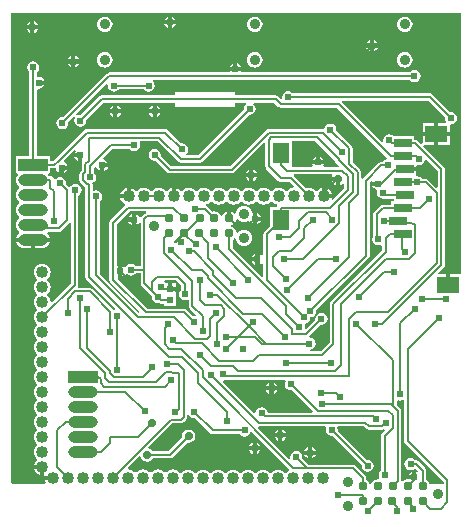
<source format=gbl>
G04 Layer_Physical_Order=2*
G04 Layer_Color=16711680*
%FSLAX44Y44*%
%MOMM*%
G71*
G01*
G75*
%ADD16R,0.6200X0.6000*%
%ADD28C,0.2032*%
%ADD29R,2.5000X1.0000*%
%ADD30O,2.5000X1.0000*%
%ADD31C,0.9000*%
%ADD32C,1.0160*%
%ADD33C,0.6096*%
%ADD34C,0.7000*%
%ADD35R,1.4000X1.8000*%
%ADD36R,1.4000X1.8000*%
%ADD37R,1.9000X1.4000*%
%ADD38R,1.5000X0.8000*%
%ADD39C,0.7900*%
G36*
X0Y-221669D02*
X-9307D01*
Y-230669D01*
X-12807D01*
Y-221669D01*
X-19082D01*
X-19568Y-220495D01*
X-14567Y-215494D01*
X-13893Y-214486D01*
X-13656Y-213297D01*
Y-132779D01*
X-13893Y-131589D01*
X-14567Y-130581D01*
X-32209Y-112939D01*
X-31683Y-111669D01*
X-22807D01*
Y-104419D01*
X-32557D01*
Y-110794D01*
X-33827Y-111320D01*
X-36776Y-108371D01*
X-37785Y-107698D01*
X-38974Y-107461D01*
X-40026D01*
Y-104537D01*
X-57258D01*
X-57298Y-104478D01*
X-58978Y-103355D01*
X-60960Y-102961D01*
X-62942Y-103355D01*
X-64623Y-104478D01*
X-65745Y-106158D01*
X-66139Y-108140D01*
X-65936Y-109166D01*
X-67106Y-109792D01*
X-101209Y-75688D01*
X-100683Y-74418D01*
X-27957D01*
X-13685Y-88690D01*
X-13815Y-89345D01*
X-13421Y-91327D01*
X-12705Y-92399D01*
X-13384Y-93669D01*
X-19307D01*
Y-100919D01*
X-9557D01*
Y-95280D01*
X-8636Y-94524D01*
X-6654Y-94130D01*
X-4974Y-93007D01*
X-3851Y-91327D01*
X-3456Y-89345D01*
X-3851Y-87362D01*
X-4974Y-85682D01*
X-6654Y-84559D01*
X-8636Y-84165D01*
X-9290Y-84295D01*
X-24472Y-69113D01*
X-25481Y-68439D01*
X-26670Y-68203D01*
X-142525D01*
X-142895Y-67648D01*
X-144576Y-66525D01*
X-146558Y-66131D01*
X-148540Y-66525D01*
X-150220Y-67648D01*
X-151343Y-69328D01*
X-151737Y-71311D01*
X-151509Y-72462D01*
X-152679Y-73088D01*
X-154876Y-70891D01*
X-155884Y-70217D01*
X-157073Y-69981D01*
X-191635D01*
Y-67245D01*
X-242435D01*
Y-69981D01*
X-304292D01*
X-305481Y-70217D01*
X-306490Y-70891D01*
X-321926Y-86327D01*
X-322580Y-86197D01*
X-324562Y-86591D01*
X-325210Y-87024D01*
X-326020Y-86038D01*
X-300287Y-60305D01*
X-299116Y-60930D01*
X-299312Y-61912D01*
X-298917Y-63895D01*
X-297794Y-65575D01*
X-296114Y-66698D01*
X-294132Y-67092D01*
X-292150Y-66698D01*
X-290469Y-65575D01*
X-290099Y-65020D01*
X-268727D01*
X-268356Y-65575D01*
X-266675Y-66698D01*
X-264693Y-67092D01*
X-262711Y-66698D01*
X-261031Y-65575D01*
X-259908Y-63895D01*
X-259514Y-61912D01*
X-259908Y-59930D01*
X-261031Y-58250D01*
X-261162Y-58162D01*
X-260777Y-56892D01*
X-43657D01*
X-43286Y-57447D01*
X-41606Y-58570D01*
X-39624Y-58964D01*
X-37642Y-58570D01*
X-35961Y-57447D01*
X-34839Y-55767D01*
X-34444Y-53784D01*
X-34839Y-51802D01*
X-35961Y-50122D01*
X-37642Y-48999D01*
X-39624Y-48605D01*
X-41606Y-48999D01*
X-43286Y-50122D01*
X-43657Y-50677D01*
X-185776D01*
X-186440Y-49439D01*
X-196084D01*
X-196748Y-50677D01*
X-298162D01*
X-299351Y-50913D01*
X-300359Y-51587D01*
X-337166Y-88394D01*
X-337820Y-88264D01*
X-339802Y-88658D01*
X-341483Y-89781D01*
X-342605Y-91461D01*
X-342999Y-93443D01*
X-342605Y-95425D01*
X-341483Y-97106D01*
X-339802Y-98228D01*
X-337820Y-98623D01*
X-335838Y-98228D01*
X-334157Y-97106D01*
X-333035Y-95425D01*
X-332640Y-93443D01*
X-332771Y-92789D01*
X-327919Y-87937D01*
X-326932Y-88746D01*
X-327365Y-89394D01*
X-327760Y-91376D01*
X-327365Y-93359D01*
X-326242Y-95039D01*
X-324562Y-96162D01*
X-322580Y-96556D01*
X-320598Y-96162D01*
X-318918Y-95039D01*
X-317795Y-93359D01*
X-317400Y-91376D01*
X-317531Y-90722D01*
X-303005Y-76196D01*
X-242435D01*
Y-79945D01*
X-191635D01*
Y-76196D01*
X-182606D01*
X-182221Y-77466D01*
X-182733Y-77808D01*
X-183855Y-79488D01*
X-184249Y-81470D01*
X-184119Y-82125D01*
X-222775Y-120781D01*
X-232488D01*
X-232873Y-119511D01*
X-232812Y-119470D01*
X-231689Y-117789D01*
X-231294Y-115807D01*
X-231689Y-113825D01*
X-232812Y-112145D01*
X-234492Y-111022D01*
X-236474Y-110628D01*
X-237128Y-110758D01*
X-248547Y-99339D01*
X-249555Y-98665D01*
X-250745Y-98429D01*
X-317152D01*
X-318341Y-98665D01*
X-319349Y-99339D01*
X-342937Y-122927D01*
X-343162Y-123077D01*
X-345802Y-125718D01*
X-348049D01*
Y-121793D01*
X-359350D01*
Y-65216D01*
X-358369Y-64410D01*
X-357663Y-64550D01*
X-355694Y-64158D01*
X-354024Y-63043D01*
X-352908Y-61373D01*
X-352865Y-61153D01*
X-357663D01*
Y-57653D01*
X-352865D01*
X-352908Y-57434D01*
X-354024Y-55764D01*
X-355694Y-54648D01*
X-357663Y-54256D01*
X-358369Y-54397D01*
X-359350Y-53591D01*
Y-50452D01*
X-358796Y-50081D01*
X-357673Y-48401D01*
X-357279Y-46418D01*
X-357673Y-44436D01*
X-358796Y-42756D01*
X-360476Y-41633D01*
X-362458Y-41239D01*
X-364440Y-41633D01*
X-366120Y-42756D01*
X-367243Y-44436D01*
X-367637Y-46418D01*
X-367243Y-48401D01*
X-366120Y-50081D01*
X-365566Y-50452D01*
Y-121793D01*
X-377113D01*
Y-135857D01*
X-376196D01*
X-375569Y-137127D01*
X-376223Y-137979D01*
X-376931Y-139690D01*
X-377173Y-141525D01*
X-376931Y-143361D01*
X-376223Y-145072D01*
X-375096Y-146541D01*
X-374399Y-147075D01*
Y-148675D01*
X-375096Y-149210D01*
X-376223Y-150679D01*
X-376931Y-152390D01*
X-377173Y-154225D01*
X-376931Y-156061D01*
X-376223Y-157772D01*
X-375096Y-159241D01*
X-374399Y-159775D01*
Y-161376D01*
X-375096Y-161910D01*
X-376223Y-163379D01*
X-376931Y-165090D01*
X-377173Y-166925D01*
X-376931Y-168761D01*
X-376223Y-170472D01*
X-375096Y-171941D01*
X-374399Y-172475D01*
Y-174076D01*
X-375096Y-174610D01*
X-376223Y-176079D01*
X-376931Y-177790D01*
X-377173Y-179625D01*
X-376931Y-181461D01*
X-376223Y-183172D01*
X-375096Y-184641D01*
X-374368Y-185199D01*
X-374360Y-186786D01*
X-375073Y-187333D01*
X-376195Y-188795D01*
X-376900Y-190498D01*
X-376910Y-190575D01*
X-348251D01*
X-348261Y-190498D01*
X-348966Y-188795D01*
X-350088Y-187333D01*
X-350600Y-186940D01*
X-350168Y-185670D01*
X-340868D01*
X-339679Y-185434D01*
X-338671Y-184760D01*
X-331784Y-177873D01*
X-330906Y-178093D01*
X-330514Y-178361D01*
Y-229218D01*
X-346347Y-245052D01*
X-347670Y-244578D01*
X-347837Y-243309D01*
X-348554Y-241579D01*
X-349694Y-240093D01*
X-350316Y-239616D01*
Y-238015D01*
X-349694Y-237538D01*
X-348554Y-236052D01*
X-347837Y-234322D01*
X-347593Y-232465D01*
X-347837Y-230609D01*
X-348554Y-228879D01*
X-349694Y-227393D01*
X-350316Y-226916D01*
Y-225315D01*
X-349694Y-224838D01*
X-348554Y-223352D01*
X-347837Y-221622D01*
X-347593Y-219765D01*
X-347837Y-217909D01*
X-348554Y-216179D01*
X-349694Y-214693D01*
X-351179Y-213553D01*
X-352909Y-212836D01*
X-354766Y-212592D01*
X-356623Y-212836D01*
X-358353Y-213553D01*
X-359838Y-214693D01*
X-360978Y-216179D01*
X-361695Y-217909D01*
X-361939Y-219765D01*
X-361695Y-221622D01*
X-360978Y-223352D01*
X-359838Y-224838D01*
X-359216Y-225315D01*
Y-226916D01*
X-359838Y-227393D01*
X-360978Y-228879D01*
X-361695Y-230609D01*
X-361939Y-232465D01*
X-361695Y-234322D01*
X-360978Y-236052D01*
X-359838Y-237538D01*
X-359216Y-238015D01*
Y-239616D01*
X-359838Y-240093D01*
X-360978Y-241579D01*
X-361695Y-243309D01*
X-361939Y-245165D01*
X-361695Y-247022D01*
X-360978Y-248752D01*
X-359838Y-250238D01*
X-359216Y-250715D01*
Y-252316D01*
X-359838Y-252793D01*
X-360978Y-254279D01*
X-361695Y-256009D01*
X-361939Y-257865D01*
X-361695Y-259722D01*
X-360978Y-261452D01*
X-359838Y-262938D01*
X-359216Y-263415D01*
Y-265016D01*
X-359838Y-265493D01*
X-360978Y-266979D01*
X-361695Y-268709D01*
X-361939Y-270565D01*
X-361695Y-272422D01*
X-360978Y-274152D01*
X-359838Y-275638D01*
X-359216Y-276115D01*
Y-277716D01*
X-359838Y-278193D01*
X-360978Y-279679D01*
X-361695Y-281409D01*
X-361939Y-283265D01*
X-361695Y-285122D01*
X-360978Y-286852D01*
X-359838Y-288338D01*
X-359216Y-288815D01*
Y-290416D01*
X-359838Y-290893D01*
X-360978Y-292379D01*
X-361695Y-294109D01*
X-361939Y-295965D01*
X-361695Y-297822D01*
X-360978Y-299552D01*
X-359838Y-301038D01*
X-359216Y-301515D01*
Y-303116D01*
X-359838Y-303593D01*
X-360978Y-305079D01*
X-361695Y-306809D01*
X-361939Y-308665D01*
X-361695Y-310522D01*
X-360978Y-312252D01*
X-359838Y-313738D01*
X-359216Y-314215D01*
Y-315816D01*
X-359838Y-316293D01*
X-360978Y-317779D01*
X-361695Y-319509D01*
X-361939Y-321365D01*
X-361695Y-323222D01*
X-360978Y-324952D01*
X-359838Y-326438D01*
X-359216Y-326915D01*
Y-328516D01*
X-359838Y-328993D01*
X-360978Y-330479D01*
X-361695Y-332209D01*
X-361939Y-334065D01*
X-361695Y-335922D01*
X-360978Y-337652D01*
X-359838Y-339138D01*
X-359216Y-339615D01*
Y-341216D01*
X-359838Y-341693D01*
X-360978Y-343179D01*
X-361695Y-344909D01*
X-361939Y-346765D01*
X-361695Y-348622D01*
X-360978Y-350352D01*
X-359838Y-351838D01*
X-359216Y-352315D01*
Y-353916D01*
X-359838Y-354393D01*
X-360978Y-355879D01*
X-361695Y-357609D01*
X-361939Y-359465D01*
X-361695Y-361322D01*
X-360978Y-363052D01*
X-359838Y-364538D01*
X-359216Y-365015D01*
Y-366616D01*
X-359838Y-367093D01*
X-360978Y-368579D01*
X-361695Y-370309D01*
X-361939Y-372165D01*
X-361695Y-374022D01*
X-360978Y-375752D01*
X-359838Y-377238D01*
X-359190Y-377735D01*
Y-379336D01*
X-359815Y-379816D01*
X-360950Y-381295D01*
X-361664Y-383017D01*
X-361677Y-383115D01*
X-354766D01*
Y-384865D01*
X-353016D01*
Y-392005D01*
X-345876D01*
Y-395505D01*
X-352787D01*
X-352774Y-395604D01*
X-352060Y-397326D01*
X-351782Y-397688D01*
X-352409Y-398958D01*
X-379947D01*
X-381000Y-398522D01*
Y0D01*
X0D01*
Y-221669D01*
D02*
G37*
G36*
X-154953Y-79604D02*
X-153944Y-80278D01*
X-152755Y-80514D01*
X-105173D01*
X-62822Y-122866D01*
X-63240Y-124244D01*
X-64212Y-124437D01*
X-65893Y-125560D01*
X-66263Y-126115D01*
X-67818D01*
X-69007Y-126351D01*
X-70016Y-127025D01*
X-82969Y-139979D01*
X-83341Y-140535D01*
X-84611Y-140150D01*
Y-135341D01*
X-84848Y-134152D01*
X-85521Y-133144D01*
X-91884Y-126781D01*
Y-115003D01*
X-92120Y-113814D01*
X-92794Y-112806D01*
X-105835Y-99764D01*
X-105705Y-99110D01*
X-106100Y-97128D01*
X-107222Y-95447D01*
X-108903Y-94325D01*
X-110885Y-93930D01*
X-112867Y-94325D01*
X-114547Y-95447D01*
X-115670Y-97128D01*
X-115959Y-98583D01*
X-116159Y-98665D01*
X-117348Y-98429D01*
X-162814D01*
X-164003Y-98665D01*
X-165012Y-99339D01*
X-195597Y-129925D01*
X-245601D01*
X-254459Y-121066D01*
X-254329Y-120412D01*
X-254723Y-118430D01*
X-255846Y-116749D01*
X-257527Y-115626D01*
X-259509Y-115232D01*
X-261491Y-115626D01*
X-263171Y-116749D01*
X-264294Y-118430D01*
X-264688Y-120412D01*
X-264294Y-122394D01*
X-263171Y-124074D01*
X-261491Y-125197D01*
X-259509Y-125591D01*
X-258854Y-125461D01*
X-249086Y-135230D01*
X-248077Y-135904D01*
X-246888Y-136140D01*
X-194310D01*
X-193121Y-135904D01*
X-192113Y-135230D01*
X-167095Y-110212D01*
X-165922Y-110699D01*
Y-129985D01*
X-165685Y-131174D01*
X-165012Y-132182D01*
X-154852Y-142342D01*
X-153843Y-143016D01*
X-152654Y-143252D01*
X-145860D01*
X-142027Y-147085D01*
X-142501Y-148407D01*
X-143771Y-148574D01*
X-145501Y-149291D01*
X-146986Y-150431D01*
X-147464Y-151053D01*
X-149064D01*
X-149542Y-150431D01*
X-151027Y-149291D01*
X-152757Y-148574D01*
X-154614Y-148330D01*
X-156470Y-148574D01*
X-158201Y-149291D01*
X-159686Y-150431D01*
X-160163Y-151053D01*
X-161764D01*
X-162242Y-150431D01*
X-163727Y-149291D01*
X-165457Y-148574D01*
X-167314Y-148330D01*
X-169170Y-148574D01*
X-170901Y-149291D01*
X-172386Y-150431D01*
X-172864Y-151053D01*
X-174464D01*
X-174942Y-150431D01*
X-176427Y-149291D01*
X-178157Y-148574D01*
X-180014Y-148330D01*
X-181870Y-148574D01*
X-183601Y-149291D01*
X-185086Y-150431D01*
X-185564Y-151053D01*
X-187164D01*
X-187642Y-150431D01*
X-189127Y-149291D01*
X-190857Y-148574D01*
X-192714Y-148330D01*
X-194571Y-148574D01*
X-196301Y-149291D01*
X-197786Y-150431D01*
X-198263Y-151053D01*
X-199864D01*
X-200342Y-150431D01*
X-201827Y-149291D01*
X-203557Y-148574D01*
X-205414Y-148330D01*
X-207271Y-148574D01*
X-209001Y-149291D01*
X-210486Y-150431D01*
X-210963Y-151053D01*
X-212564D01*
X-213042Y-150431D01*
X-214527Y-149291D01*
X-216257Y-148574D01*
X-218114Y-148330D01*
X-219970Y-148574D01*
X-221701Y-149291D01*
X-223186Y-150431D01*
X-223664Y-151053D01*
X-225264D01*
X-225742Y-150431D01*
X-227227Y-149291D01*
X-228957Y-148574D01*
X-230814Y-148330D01*
X-232670Y-148574D01*
X-234401Y-149291D01*
X-235886Y-150431D01*
X-236384Y-151079D01*
X-237985D01*
X-238464Y-150454D01*
X-239943Y-149319D01*
X-241666Y-148606D01*
X-241764Y-148593D01*
Y-155503D01*
X-245264D01*
Y-148593D01*
X-245362Y-148606D01*
X-247084Y-149319D01*
X-248563Y-150454D01*
X-249043Y-151079D01*
X-250644D01*
X-251142Y-150431D01*
X-252627Y-149291D01*
X-254357Y-148574D01*
X-256214Y-148330D01*
X-258071Y-148574D01*
X-259801Y-149291D01*
X-261286Y-150431D01*
X-261763Y-151053D01*
X-263364D01*
X-263842Y-150431D01*
X-265327Y-149291D01*
X-267057Y-148574D01*
X-268914Y-148330D01*
X-270770Y-148574D01*
X-272501Y-149291D01*
X-273986Y-150431D01*
X-274484Y-151079D01*
X-276084D01*
X-276564Y-150454D01*
X-278043Y-149319D01*
X-279766Y-148606D01*
X-279864Y-148593D01*
Y-155503D01*
X-281614D01*
Y-157253D01*
X-288525D01*
X-288512Y-157352D01*
X-287798Y-159074D01*
X-286663Y-160553D01*
X-285184Y-161688D01*
X-284804Y-161845D01*
X-284602Y-163304D01*
X-297092Y-175793D01*
X-297765Y-176801D01*
X-298002Y-177990D01*
Y-226048D01*
X-297765Y-227238D01*
X-297092Y-228246D01*
X-272798Y-252539D01*
X-273216Y-253917D01*
X-273453Y-253964D01*
X-306264Y-221153D01*
Y-159672D01*
X-305709Y-159301D01*
X-304587Y-157621D01*
X-304193Y-155639D01*
X-304587Y-153656D01*
X-305709Y-151976D01*
X-307390Y-150853D01*
X-309372Y-150459D01*
X-310836Y-150750D01*
X-312106Y-149945D01*
Y-145478D01*
X-312343Y-144289D01*
X-311304Y-143558D01*
X-310536Y-143045D01*
X-309413Y-141365D01*
X-309018Y-139382D01*
X-309413Y-137400D01*
X-310536Y-135720D01*
X-311090Y-135349D01*
Y-131272D01*
X-310114Y-130295D01*
X-308898Y-130664D01*
X-308793Y-131192D01*
X-307677Y-132862D01*
X-306008Y-133978D01*
X-305788Y-134021D01*
Y-129222D01*
X-304038D01*
Y-127472D01*
X-299239D01*
X-299283Y-127253D01*
X-300399Y-125583D01*
X-302068Y-124467D01*
X-302597Y-124362D01*
X-302966Y-123147D01*
X-294944Y-115125D01*
X-281214D01*
X-280844Y-115680D01*
X-279163Y-116803D01*
X-277181Y-117197D01*
X-275199Y-116803D01*
X-273519Y-115680D01*
X-272396Y-114000D01*
X-272002Y-112018D01*
X-272357Y-110232D01*
X-271777Y-108962D01*
X-256811D01*
X-239688Y-126086D01*
X-238679Y-126760D01*
X-237490Y-126996D01*
X-221488D01*
X-220299Y-126760D01*
X-219291Y-126086D01*
X-179724Y-86520D01*
X-179070Y-86650D01*
X-177088Y-86256D01*
X-175408Y-85133D01*
X-174285Y-83453D01*
X-173890Y-81470D01*
X-174285Y-79488D01*
X-175408Y-77808D01*
X-175919Y-77466D01*
X-175534Y-76196D01*
X-158360D01*
X-154953Y-79604D01*
D02*
G37*
G36*
X-19872Y-134066D02*
Y-147615D01*
X-21045Y-148101D01*
X-27775Y-141371D01*
X-28783Y-140698D01*
X-29972Y-140461D01*
X-33182D01*
X-33553Y-139907D01*
X-35234Y-138784D01*
X-37216Y-138389D01*
X-38057Y-137699D01*
Y-134319D01*
X-47557D01*
Y-130819D01*
X-38057D01*
Y-130223D01*
X-36787Y-129181D01*
X-36065Y-129325D01*
X-34083Y-128930D01*
X-32403Y-127808D01*
X-31280Y-126127D01*
X-31003Y-124731D01*
X-29664Y-124273D01*
X-19872Y-134066D01*
D02*
G37*
G36*
X-106931Y-125239D02*
X-106757Y-126110D01*
X-106083Y-127119D01*
X-103689Y-129514D01*
X-104175Y-130687D01*
X-116417D01*
X-117095Y-129417D01*
X-116598Y-128673D01*
X-116555Y-128453D01*
X-126152D01*
X-126109Y-128673D01*
X-125612Y-129417D01*
X-126291Y-130687D01*
X-142839D01*
X-143525Y-129701D01*
Y-108708D01*
X-123461D01*
X-106931Y-125239D01*
D02*
G37*
G36*
X-326605Y-117182D02*
X-327619Y-118698D01*
X-327662Y-118918D01*
X-322864D01*
Y-120667D01*
X-321114D01*
Y-126341D01*
X-320866Y-126712D01*
X-321133Y-127112D01*
X-321370Y-128301D01*
Y-133538D01*
X-322491Y-134660D01*
X-323165Y-135668D01*
X-323402Y-136858D01*
Y-141908D01*
X-323165Y-143097D01*
X-322491Y-144105D01*
X-318920Y-147676D01*
X-318322Y-148076D01*
Y-151898D01*
X-318339Y-151924D01*
X-318576Y-153113D01*
Y-158164D01*
X-318339Y-159353D01*
X-318322Y-159379D01*
Y-223710D01*
X-318085Y-224900D01*
X-317411Y-225908D01*
X-292807Y-250512D01*
X-293161Y-251877D01*
X-293944Y-252137D01*
X-294309Y-251985D01*
X-294982Y-250977D01*
X-312255Y-233705D01*
X-313263Y-233031D01*
X-314452Y-232795D01*
X-323742D01*
X-324350Y-231952D01*
X-324501Y-231525D01*
X-324298Y-230506D01*
Y-154847D01*
X-322981Y-153967D01*
X-321859Y-152287D01*
X-321465Y-150304D01*
X-321859Y-148322D01*
X-322981Y-146642D01*
X-324662Y-145519D01*
X-326644Y-145125D01*
X-328626Y-145519D01*
X-330307Y-146642D01*
X-330675Y-147194D01*
X-332310Y-147355D01*
X-334803Y-144863D01*
X-334673Y-144208D01*
X-335067Y-142226D01*
X-336189Y-140546D01*
X-337870Y-139423D01*
X-339852Y-139029D01*
X-341834Y-139423D01*
X-343515Y-140546D01*
X-343713Y-140843D01*
X-345061Y-140575D01*
X-345109Y-140336D01*
X-345783Y-139328D01*
X-346791Y-138654D01*
X-347980Y-138418D01*
X-348756D01*
X-348938Y-137979D01*
X-349591Y-137127D01*
X-348965Y-135857D01*
X-348049D01*
Y-131933D01*
X-344515D01*
X-343514Y-131734D01*
X-343194Y-133341D01*
X-342079Y-135010D01*
X-340409Y-136126D01*
X-340189Y-136170D01*
Y-131371D01*
X-338439D01*
Y-129621D01*
X-333641D01*
X-333684Y-129401D01*
X-334800Y-127731D01*
X-336212Y-126788D01*
X-336611Y-125391D01*
X-327592Y-116372D01*
X-326605Y-117182D01*
D02*
G37*
G36*
X-109165Y-138172D02*
X-109586Y-138802D01*
X-109665Y-139198D01*
X-104405D01*
Y-140948D01*
X-102655D01*
Y-146207D01*
X-102259Y-146129D01*
X-100440Y-144913D01*
X-100224Y-144591D01*
X-98954Y-144976D01*
Y-148852D01*
X-108798Y-158696D01*
X-109875Y-157976D01*
X-109616Y-157352D01*
X-109603Y-157253D01*
X-116514D01*
Y-155503D01*
X-118264D01*
Y-148593D01*
X-118362Y-148606D01*
X-120084Y-149319D01*
X-121563Y-150454D01*
X-122043Y-151079D01*
X-123644D01*
X-124142Y-150431D01*
X-125627Y-149291D01*
X-127357Y-148574D01*
X-129214Y-148330D01*
X-131070Y-148574D01*
X-131550Y-148773D01*
X-142150Y-138172D01*
X-141930Y-137295D01*
X-141662Y-136902D01*
X-109844D01*
X-109165Y-138172D01*
D02*
G37*
G36*
X-159686Y-160576D02*
X-158201Y-161716D01*
X-156470Y-162432D01*
X-156374Y-162445D01*
X-155784Y-163632D01*
X-156302Y-164637D01*
X-161589D01*
Y-180306D01*
X-166535Y-185252D01*
X-167209Y-186261D01*
X-167446Y-187450D01*
Y-204974D01*
X-168716Y-205359D01*
X-168877Y-205118D01*
X-170547Y-204002D01*
X-170767Y-203958D01*
Y-208757D01*
Y-213556D01*
X-170547Y-213512D01*
X-168877Y-212396D01*
X-168716Y-212155D01*
X-167446Y-212540D01*
Y-223692D01*
X-168619Y-224179D01*
X-193564Y-199234D01*
Y-192090D01*
X-192359Y-191285D01*
X-192271Y-191154D01*
X-190950Y-191462D01*
X-190798Y-192612D01*
X-190092Y-194316D01*
X-188969Y-195780D01*
X-187505Y-196903D01*
X-185801Y-197609D01*
X-183972Y-197850D01*
X-182143Y-197609D01*
X-180438Y-196903D01*
X-178974Y-195780D01*
X-177851Y-194316D01*
X-177145Y-192612D01*
X-176904Y-190783D01*
X-177145Y-188953D01*
X-177851Y-187249D01*
X-178974Y-185785D01*
X-180438Y-184662D01*
X-182143Y-183956D01*
X-183972Y-183715D01*
X-185801Y-183956D01*
X-187505Y-184662D01*
X-188969Y-185785D01*
X-189402Y-186349D01*
X-190760Y-186032D01*
X-191037Y-184638D01*
X-192359Y-182660D01*
X-194338Y-181338D01*
X-194760Y-181254D01*
Y-179959D01*
X-194350Y-179877D01*
X-192382Y-178562D01*
X-191067Y-176594D01*
X-190786Y-175179D01*
X-189428Y-174862D01*
X-188969Y-175460D01*
X-187505Y-176583D01*
X-185801Y-177289D01*
X-183972Y-177530D01*
X-182143Y-177289D01*
X-180507Y-176612D01*
X-180364Y-176581D01*
X-178869Y-176980D01*
X-178137Y-178074D01*
X-176468Y-179190D01*
X-176248Y-179233D01*
Y-174435D01*
Y-169238D01*
X-177134Y-168714D01*
X-177145Y-168633D01*
X-177851Y-166929D01*
X-178974Y-165465D01*
X-180438Y-164342D01*
X-182143Y-163636D01*
X-183972Y-163395D01*
X-185801Y-163636D01*
X-187505Y-164342D01*
X-188969Y-165465D01*
X-190092Y-166929D01*
X-190798Y-168633D01*
X-190956Y-169831D01*
X-192278Y-170139D01*
X-192382Y-169983D01*
X-194350Y-168668D01*
X-194922Y-168554D01*
Y-174272D01*
X-198422D01*
Y-168554D01*
X-198993Y-168668D01*
X-200961Y-169983D01*
X-202276Y-171951D01*
X-202358Y-172360D01*
X-203653D01*
X-203737Y-171938D01*
X-205059Y-169960D01*
X-207038Y-168638D01*
X-209372Y-168173D01*
X-210793Y-168456D01*
X-215140Y-164109D01*
X-215893Y-163606D01*
X-215904Y-162570D01*
X-215813Y-162248D01*
X-214527Y-161716D01*
X-213042Y-160576D01*
X-212564Y-159954D01*
X-210963D01*
X-210486Y-160576D01*
X-209001Y-161716D01*
X-207271Y-162432D01*
X-205414Y-162677D01*
X-203557Y-162432D01*
X-201827Y-161716D01*
X-200342Y-160576D01*
X-199864Y-159954D01*
X-198263D01*
X-197786Y-160576D01*
X-196301Y-161716D01*
X-194571Y-162432D01*
X-192714Y-162677D01*
X-190857Y-162432D01*
X-189127Y-161716D01*
X-187642Y-160576D01*
X-187164Y-159954D01*
X-185564D01*
X-185086Y-160576D01*
X-183601Y-161716D01*
X-181870Y-162432D01*
X-180014Y-162677D01*
X-178157Y-162432D01*
X-176427Y-161716D01*
X-174942Y-160576D01*
X-174464Y-159954D01*
X-172864D01*
X-172386Y-160576D01*
X-170901Y-161716D01*
X-169170Y-162432D01*
X-167314Y-162677D01*
X-165457Y-162432D01*
X-163727Y-161716D01*
X-162242Y-160576D01*
X-161764Y-159954D01*
X-160163D01*
X-159686Y-160576D01*
D02*
G37*
G36*
X-266539Y-169414D02*
X-267127Y-169531D01*
X-268136Y-170205D01*
X-270422Y-172491D01*
X-270927Y-173248D01*
X-272051Y-173212D01*
X-272270Y-173146D01*
X-273346Y-171536D01*
X-275016Y-170421D01*
X-275235Y-170377D01*
Y-175176D01*
Y-179975D01*
X-275016Y-179931D01*
X-273346Y-178815D01*
X-272602Y-177702D01*
X-271332Y-178087D01*
Y-214572D01*
X-275555D01*
X-275926Y-214018D01*
X-277606Y-212895D01*
X-279589Y-212500D01*
X-281571Y-212895D01*
X-283251Y-214018D01*
X-283934Y-215041D01*
X-285015Y-215456D01*
X-285501Y-215273D01*
X-286819Y-214393D01*
X-287039Y-214349D01*
Y-219148D01*
Y-223946D01*
X-286819Y-223903D01*
X-285149Y-222787D01*
X-284481Y-221787D01*
X-284177Y-221677D01*
X-282928Y-221560D01*
X-282921Y-221563D01*
X-281571Y-222465D01*
X-279589Y-222860D01*
X-277606Y-222465D01*
X-275926Y-221343D01*
X-275555Y-220788D01*
X-271332D01*
Y-229044D01*
X-271095Y-230234D01*
X-270422Y-231242D01*
X-261761Y-239902D01*
X-261925Y-240728D01*
X-261531Y-242711D01*
X-260408Y-244391D01*
X-258728Y-245514D01*
X-256746Y-245908D01*
X-255935Y-245747D01*
X-255493Y-246042D01*
X-254303Y-246279D01*
X-252065D01*
Y-248203D01*
X-241801D01*
Y-238139D01*
X-241833D01*
Y-235721D01*
X-246933D01*
Y-233971D01*
X-248683D01*
Y-228971D01*
X-250293D01*
X-250672Y-228405D01*
X-251306Y-227981D01*
X-250921Y-226711D01*
X-241526D01*
X-236889Y-231348D01*
Y-234155D01*
X-237444Y-234526D01*
X-238566Y-236206D01*
X-238961Y-238188D01*
X-238566Y-240171D01*
X-237444Y-241851D01*
X-235763Y-242974D01*
X-233781Y-243368D01*
X-231962Y-243006D01*
X-231387Y-243194D01*
X-230692Y-243566D01*
Y-248349D01*
X-230455Y-249538D01*
X-229781Y-250546D01*
X-224595Y-255733D01*
X-225220Y-256903D01*
X-226589Y-256631D01*
X-227244Y-256761D01*
X-232520Y-251485D01*
X-233528Y-250811D01*
X-234717Y-250575D01*
X-265973D01*
X-290935Y-225613D01*
X-290863Y-225131D01*
X-290539Y-224906D01*
Y-219148D01*
Y-214332D01*
X-291786Y-213668D01*
Y-179278D01*
X-280653Y-168144D01*
X-266664D01*
X-266539Y-169414D01*
D02*
G37*
G36*
X-75966Y-142497D02*
X-75410Y-143005D01*
X-75411Y-143011D01*
X-70612D01*
Y-146511D01*
X-75411D01*
X-75367Y-146730D01*
X-74251Y-148400D01*
X-72582Y-149516D01*
X-71959Y-149640D01*
X-71079Y-150608D01*
X-71156Y-150996D01*
X-71473Y-152591D01*
X-71079Y-154573D01*
X-69956Y-156253D01*
X-68276Y-157376D01*
X-66294Y-157770D01*
X-65069Y-157527D01*
X-64316Y-157676D01*
X-57089D01*
Y-159537D01*
X-59089D01*
Y-162461D01*
X-66572D01*
X-67762Y-162698D01*
X-68770Y-163371D01*
X-73825Y-168427D01*
X-74499Y-169435D01*
X-74736Y-170625D01*
Y-189368D01*
X-75143Y-189978D01*
X-75538Y-191961D01*
X-75143Y-193943D01*
X-74021Y-195623D01*
X-72340Y-196746D01*
X-70358Y-197140D01*
X-68401Y-196751D01*
X-68170Y-196705D01*
X-67130Y-197422D01*
Y-201028D01*
X-110401Y-244299D01*
X-111075Y-245308D01*
X-111312Y-246497D01*
Y-278860D01*
X-119095Y-286643D01*
X-127598D01*
X-127724Y-285373D01*
X-126542Y-285138D01*
X-124861Y-284015D01*
X-123739Y-282335D01*
X-123344Y-280352D01*
X-123739Y-278370D01*
X-124861Y-276690D01*
X-126542Y-275567D01*
X-128186Y-275240D01*
X-128449Y-274825D01*
X-128611Y-274326D01*
X-128650Y-273952D01*
X-119018Y-264320D01*
X-118364Y-264450D01*
X-116382Y-264056D01*
X-114701Y-262933D01*
X-113579Y-261253D01*
X-113184Y-259270D01*
X-113579Y-257288D01*
X-114701Y-255608D01*
X-116382Y-254485D01*
X-118364Y-254091D01*
X-120346Y-254485D01*
X-122027Y-255608D01*
X-123149Y-257288D01*
X-123544Y-259270D01*
X-123413Y-259925D01*
X-131331Y-267843D01*
X-132501Y-267217D01*
X-132234Y-265875D01*
X-132629Y-263892D01*
X-131787Y-262866D01*
X-130947Y-262699D01*
X-129266Y-261576D01*
X-128144Y-259896D01*
X-127752Y-257924D01*
X-125780Y-257532D01*
X-124100Y-256409D01*
X-122977Y-254729D01*
X-122583Y-252747D01*
X-122713Y-252092D01*
X-78574Y-207954D01*
X-77900Y-206946D01*
X-77664Y-205756D01*
Y-143463D01*
X-76457Y-142257D01*
X-75966Y-142497D01*
D02*
G37*
G36*
X-48320Y-328399D02*
Y-362394D01*
X-48083Y-363584D01*
X-47410Y-364592D01*
X-14792Y-397210D01*
Y-398958D01*
X-26921D01*
X-26978Y-398674D01*
X-28300Y-396695D01*
X-29505Y-395890D01*
Y-387694D01*
X-29741Y-386505D01*
X-30415Y-385496D01*
X-35903Y-380009D01*
X-36911Y-379335D01*
X-38100Y-379099D01*
X-38893D01*
X-39264Y-378544D01*
X-40944Y-377421D01*
X-42926Y-377027D01*
X-44908Y-377421D01*
X-46589Y-378544D01*
X-47711Y-380224D01*
X-48106Y-382206D01*
X-47711Y-384189D01*
X-46589Y-385869D01*
X-44908Y-386992D01*
X-42926Y-387386D01*
X-40944Y-386992D01*
X-39264Y-385869D01*
X-38871Y-385830D01*
X-36984Y-387718D01*
X-37793Y-388704D01*
X-37908Y-388627D01*
X-38128Y-388584D01*
Y-393382D01*
X-39878D01*
Y-395132D01*
X-46273D01*
X-47634Y-395403D01*
X-49470Y-396630D01*
X-50070Y-396479D01*
X-50740Y-396136D01*
Y-337349D01*
X-50977Y-336160D01*
X-51651Y-335152D01*
X-54804Y-331998D01*
Y-328803D01*
X-53534Y-328116D01*
X-51816Y-328458D01*
X-49834Y-328064D01*
X-49440Y-327800D01*
X-48320Y-328399D01*
D02*
G37*
G36*
X-148716Y-312149D02*
X-149057Y-312660D01*
X-149452Y-314643D01*
X-149057Y-316625D01*
X-147935Y-318305D01*
X-146254Y-319428D01*
X-144272Y-319822D01*
X-143406Y-319650D01*
X-125516Y-337539D01*
X-126002Y-338713D01*
X-163843D01*
X-164125Y-337298D01*
X-165247Y-335618D01*
X-166928Y-334495D01*
X-168910Y-334101D01*
X-170892Y-334495D01*
X-172572Y-335618D01*
X-173695Y-337298D01*
X-173931Y-338483D01*
X-175309Y-338901D01*
X-201604Y-312606D01*
X-201185Y-311228D01*
X-199868Y-310966D01*
X-199738Y-310879D01*
X-149394D01*
X-148716Y-312149D01*
D02*
G37*
G36*
X-229722Y-341927D02*
X-228042Y-343050D01*
X-226060Y-343444D01*
X-225406Y-343314D01*
X-212764Y-355956D01*
X-211755Y-356630D01*
X-210566Y-356866D01*
X-187421D01*
X-187050Y-357421D01*
X-185370Y-358544D01*
X-183388Y-358938D01*
X-181406Y-358544D01*
X-179725Y-357421D01*
X-178603Y-355741D01*
X-178518Y-355314D01*
X-177303Y-354945D01*
X-145790Y-386458D01*
X-146038Y-387704D01*
X-146263Y-387797D01*
X-147748Y-388937D01*
X-148323Y-389686D01*
X-149910Y-389704D01*
X-150304Y-389191D01*
X-151789Y-388051D01*
X-153519Y-387335D01*
X-155376Y-387090D01*
X-157233Y-387335D01*
X-158963Y-388051D01*
X-160448Y-389191D01*
X-160842Y-389704D01*
X-162429Y-389686D01*
X-163004Y-388937D01*
X-164489Y-387797D01*
X-166219Y-387080D01*
X-168076Y-386836D01*
X-169932Y-387080D01*
X-171663Y-387797D01*
X-173148Y-388937D01*
X-173626Y-389559D01*
X-175226D01*
X-175704Y-388937D01*
X-177189Y-387797D01*
X-178919Y-387080D01*
X-180776Y-386836D01*
X-182633Y-387080D01*
X-184363Y-387797D01*
X-185848Y-388937D01*
X-186325Y-389559D01*
X-187926D01*
X-188404Y-388937D01*
X-189889Y-387797D01*
X-191619Y-387080D01*
X-193476Y-386836D01*
X-195333Y-387080D01*
X-197063Y-387797D01*
X-198548Y-388937D01*
X-199025Y-389559D01*
X-200626D01*
X-201104Y-388937D01*
X-202589Y-387797D01*
X-204319Y-387080D01*
X-206176Y-386836D01*
X-208032Y-387080D01*
X-209763Y-387797D01*
X-211248Y-388937D01*
X-211726Y-389559D01*
X-213326D01*
X-213804Y-388937D01*
X-215289Y-387797D01*
X-217019Y-387080D01*
X-218876Y-386836D01*
X-220732Y-387080D01*
X-222463Y-387797D01*
X-223948Y-388937D01*
X-224426Y-389559D01*
X-226026D01*
X-226504Y-388937D01*
X-227989Y-387797D01*
X-229719Y-387080D01*
X-231576Y-386836D01*
X-233433Y-387080D01*
X-235163Y-387797D01*
X-236648Y-388937D01*
X-237041Y-389450D01*
X-238629Y-389432D01*
X-239204Y-388683D01*
X-240689Y-387543D01*
X-242419Y-386827D01*
X-244276Y-386582D01*
X-246133Y-386827D01*
X-247863Y-387543D01*
X-249348Y-388683D01*
X-249825Y-389305D01*
X-251426D01*
X-251904Y-388683D01*
X-253389Y-387543D01*
X-255119Y-386827D01*
X-256976Y-386582D01*
X-258832Y-386827D01*
X-260563Y-387543D01*
X-262048Y-388683D01*
X-262526Y-389305D01*
X-264126D01*
X-264604Y-388683D01*
X-266089Y-387543D01*
X-267819Y-386827D01*
X-269676Y-386582D01*
X-271532Y-386827D01*
X-273263Y-387543D01*
X-274748Y-388683D01*
X-275226Y-389305D01*
X-276826D01*
X-277304Y-388683D01*
X-278789Y-387543D01*
X-280519Y-386827D01*
X-281789Y-386659D01*
X-282262Y-385337D01*
X-272563Y-375638D01*
X-271348Y-376007D01*
X-271190Y-376803D01*
X-269967Y-378633D01*
X-268137Y-379855D01*
X-265979Y-380285D01*
X-263820Y-379855D01*
X-261990Y-378633D01*
X-261089Y-377284D01*
X-246448D01*
X-245259Y-377048D01*
X-244251Y-376374D01*
X-231933Y-364056D01*
X-230894Y-364263D01*
X-228736Y-363833D01*
X-226906Y-362611D01*
X-225683Y-360781D01*
X-225254Y-358622D01*
X-225683Y-356464D01*
X-226906Y-354634D01*
X-228736Y-353411D01*
X-230894Y-352982D01*
X-233052Y-353411D01*
X-234882Y-354634D01*
X-236105Y-356464D01*
X-236534Y-358622D01*
X-236328Y-359661D01*
X-247735Y-371069D01*
X-261714D01*
X-261990Y-370656D01*
X-263820Y-369433D01*
X-264617Y-369275D01*
X-264985Y-368060D01*
X-244648Y-347722D01*
X-237236D01*
X-236047Y-347486D01*
X-235039Y-346812D01*
X-232848Y-344622D01*
X-232174Y-343613D01*
X-231938Y-342424D01*
Y-340768D01*
X-230668Y-340512D01*
X-229722Y-341927D01*
D02*
G37*
G36*
X-80583Y-352280D02*
X-79575Y-352954D01*
X-78385Y-353190D01*
X-66936D01*
X-65747Y-352954D01*
X-65719Y-352935D01*
X-64910Y-353922D01*
X-66968Y-355980D01*
X-67641Y-356988D01*
X-67878Y-358177D01*
Y-387571D01*
X-68432Y-387942D01*
X-69555Y-389622D01*
X-69949Y-391604D01*
X-69555Y-393587D01*
X-69357Y-393884D01*
X-70121Y-395027D01*
X-70713Y-394909D01*
X-73047Y-395373D01*
X-75025Y-396695D01*
X-76347Y-398674D01*
X-76404Y-398958D01*
X-77721D01*
X-77778Y-398674D01*
X-79100Y-396695D01*
X-80305Y-395890D01*
Y-393790D01*
X-80541Y-392601D01*
X-81215Y-391592D01*
X-89216Y-383591D01*
X-90224Y-382918D01*
X-91414Y-382681D01*
X-128988D01*
X-134651Y-377019D01*
X-134521Y-376365D01*
X-134915Y-374382D01*
X-136038Y-372702D01*
X-137718Y-371579D01*
X-139700Y-371185D01*
X-141682Y-371579D01*
X-143363Y-372702D01*
X-144485Y-374382D01*
X-144880Y-376365D01*
X-144776Y-376886D01*
X-145946Y-377512D01*
X-172013Y-351445D01*
X-171503Y-350374D01*
X-171400Y-350262D01*
X-115252D01*
X-114566Y-351532D01*
X-114908Y-353251D01*
X-114513Y-355233D01*
X-113391Y-356913D01*
X-111710Y-358036D01*
X-109728Y-358430D01*
X-109074Y-358300D01*
X-84297Y-383076D01*
X-84427Y-383731D01*
X-84033Y-385713D01*
X-82910Y-387393D01*
X-81230Y-388516D01*
X-79248Y-388910D01*
X-77266Y-388516D01*
X-75585Y-387393D01*
X-74463Y-385713D01*
X-74068Y-383731D01*
X-74463Y-381748D01*
X-75585Y-380068D01*
X-77266Y-378945D01*
X-79248Y-378551D01*
X-79902Y-378681D01*
X-104679Y-353905D01*
X-104549Y-353251D01*
X-104890Y-351532D01*
X-104204Y-350262D01*
X-82601D01*
X-80583Y-352280D01*
D02*
G37*
%LPC*%
G36*
X-244823Y-3243D02*
Y-6291D01*
X-241774D01*
X-241818Y-6072D01*
X-242933Y-4402D01*
X-244603Y-3286D01*
X-244823Y-3243D01*
D02*
G37*
G36*
X-248323D02*
X-248542Y-3286D01*
X-250212Y-4402D01*
X-251328Y-6072D01*
X-251371Y-6291D01*
X-248323D01*
Y-3243D01*
D02*
G37*
G36*
X-361492Y-7327D02*
Y-10376D01*
X-358443D01*
X-358486Y-10156D01*
X-359602Y-8486D01*
X-361272Y-7371D01*
X-361492Y-7327D01*
D02*
G37*
G36*
X-364991D02*
X-365211Y-7371D01*
X-366881Y-8486D01*
X-367997Y-10156D01*
X-368040Y-10376D01*
X-364991D01*
Y-7327D01*
D02*
G37*
G36*
X-241774Y-9791D02*
X-244823D01*
Y-12840D01*
X-244603Y-12796D01*
X-242933Y-11681D01*
X-241818Y-10011D01*
X-241774Y-9791D01*
D02*
G37*
G36*
X-248323D02*
X-251371D01*
X-251328Y-10011D01*
X-250212Y-11681D01*
X-248542Y-12796D01*
X-248323Y-12840D01*
Y-9791D01*
D02*
G37*
G36*
X-47850Y-3412D02*
X-49555Y-3636D01*
X-51144Y-4294D01*
X-52509Y-5341D01*
X-53556Y-6706D01*
X-54214Y-8295D01*
X-54438Y-10000D01*
X-54214Y-11705D01*
X-53556Y-13294D01*
X-52509Y-14659D01*
X-51144Y-15706D01*
X-49555Y-16364D01*
X-47850Y-16588D01*
X-46145Y-16364D01*
X-44556Y-15706D01*
X-43191Y-14659D01*
X-42144Y-13294D01*
X-41486Y-11705D01*
X-41262Y-10000D01*
X-41486Y-8295D01*
X-42144Y-6706D01*
X-43191Y-5341D01*
X-44556Y-4294D01*
X-46145Y-3636D01*
X-47850Y-3412D01*
D02*
G37*
G36*
X-174850D02*
X-176555Y-3636D01*
X-178144Y-4294D01*
X-179509Y-5341D01*
X-180556Y-6706D01*
X-181214Y-8295D01*
X-181438Y-10000D01*
X-181214Y-11705D01*
X-180556Y-13294D01*
X-179509Y-14659D01*
X-178144Y-15706D01*
X-176555Y-16364D01*
X-174850Y-16588D01*
X-173145Y-16364D01*
X-171556Y-15706D01*
X-170191Y-14659D01*
X-169144Y-13294D01*
X-168486Y-11705D01*
X-168262Y-10000D01*
X-168486Y-8295D01*
X-169144Y-6706D01*
X-170191Y-5341D01*
X-171556Y-4294D01*
X-173145Y-3636D01*
X-174850Y-3412D01*
D02*
G37*
G36*
X-301850D02*
X-303555Y-3636D01*
X-305144Y-4294D01*
X-306509Y-5341D01*
X-307556Y-6706D01*
X-308214Y-8295D01*
X-308438Y-10000D01*
X-308214Y-11705D01*
X-307556Y-13294D01*
X-306509Y-14659D01*
X-305144Y-15706D01*
X-303555Y-16364D01*
X-301850Y-16588D01*
X-300145Y-16364D01*
X-298556Y-15706D01*
X-297191Y-14659D01*
X-296144Y-13294D01*
X-295486Y-11705D01*
X-295262Y-10000D01*
X-295486Y-8295D01*
X-296144Y-6706D01*
X-297191Y-5341D01*
X-298556Y-4294D01*
X-300145Y-3636D01*
X-301850Y-3412D01*
D02*
G37*
G36*
X-358443Y-13876D02*
X-361492D01*
Y-16925D01*
X-361272Y-16881D01*
X-359602Y-15765D01*
X-358486Y-14095D01*
X-358443Y-13876D01*
D02*
G37*
G36*
X-364991D02*
X-368040D01*
X-367997Y-14095D01*
X-366881Y-15765D01*
X-365211Y-16881D01*
X-364991Y-16925D01*
Y-13876D01*
D02*
G37*
G36*
X-73850Y-23078D02*
Y-26126D01*
X-70801D01*
X-70845Y-25907D01*
X-71961Y-24237D01*
X-73630Y-23121D01*
X-73850Y-23078D01*
D02*
G37*
G36*
X-77350D02*
X-77570Y-23121D01*
X-79240Y-24237D01*
X-80355Y-25907D01*
X-80399Y-26126D01*
X-77350D01*
Y-23078D01*
D02*
G37*
G36*
X-70801Y-29627D02*
X-73850D01*
Y-32675D01*
X-73630Y-32632D01*
X-71961Y-31516D01*
X-70845Y-29846D01*
X-70801Y-29627D01*
D02*
G37*
G36*
X-77350D02*
X-80399D01*
X-80355Y-29846D01*
X-79240Y-31516D01*
X-77570Y-32632D01*
X-77350Y-32675D01*
Y-29627D01*
D02*
G37*
G36*
X-326625Y-36640D02*
Y-39689D01*
X-323576D01*
X-323620Y-39469D01*
X-324735Y-37799D01*
X-326405Y-36684D01*
X-326625Y-36640D01*
D02*
G37*
G36*
X-330125D02*
X-330344Y-36684D01*
X-332014Y-37799D01*
X-333130Y-39469D01*
X-333174Y-39689D01*
X-330125D01*
Y-36640D01*
D02*
G37*
G36*
X-189512Y-42890D02*
Y-45939D01*
X-186463D01*
X-186507Y-45719D01*
X-187623Y-44049D01*
X-189292Y-42933D01*
X-189512Y-42890D01*
D02*
G37*
G36*
X-193012D02*
X-193232Y-42933D01*
X-194901Y-44049D01*
X-196017Y-45719D01*
X-196061Y-45939D01*
X-193012D01*
Y-42890D01*
D02*
G37*
G36*
X-323576Y-43189D02*
X-326625D01*
Y-46238D01*
X-326405Y-46194D01*
X-324735Y-45078D01*
X-323620Y-43408D01*
X-323576Y-43189D01*
D02*
G37*
G36*
X-330125D02*
X-333174D01*
X-333130Y-43408D01*
X-332014Y-45078D01*
X-330344Y-46194D01*
X-330125Y-46238D01*
Y-43189D01*
D02*
G37*
G36*
X-47850Y-33412D02*
X-49555Y-33636D01*
X-51144Y-34294D01*
X-52509Y-35341D01*
X-53556Y-36706D01*
X-54214Y-38295D01*
X-54438Y-40000D01*
X-54214Y-41705D01*
X-53556Y-43294D01*
X-52509Y-44659D01*
X-51144Y-45706D01*
X-49555Y-46364D01*
X-47850Y-46588D01*
X-46145Y-46364D01*
X-44556Y-45706D01*
X-43191Y-44659D01*
X-42144Y-43294D01*
X-41486Y-41705D01*
X-41262Y-40000D01*
X-41486Y-38295D01*
X-42144Y-36706D01*
X-43191Y-35341D01*
X-44556Y-34294D01*
X-46145Y-33636D01*
X-47850Y-33412D01*
D02*
G37*
G36*
X-174850D02*
X-176555Y-33636D01*
X-178144Y-34294D01*
X-179509Y-35341D01*
X-180556Y-36706D01*
X-181214Y-38295D01*
X-181438Y-40000D01*
X-181214Y-41705D01*
X-180556Y-43294D01*
X-179509Y-44659D01*
X-178144Y-45706D01*
X-176555Y-46364D01*
X-174850Y-46588D01*
X-173145Y-46364D01*
X-171556Y-45706D01*
X-170191Y-44659D01*
X-169144Y-43294D01*
X-168486Y-41705D01*
X-168262Y-40000D01*
X-168486Y-38295D01*
X-169144Y-36706D01*
X-170191Y-35341D01*
X-171556Y-34294D01*
X-173145Y-33636D01*
X-174850Y-33412D01*
D02*
G37*
G36*
X-301850D02*
X-303555Y-33636D01*
X-305144Y-34294D01*
X-306509Y-35341D01*
X-307556Y-36706D01*
X-308214Y-38295D01*
X-308438Y-40000D01*
X-308214Y-41705D01*
X-307556Y-43294D01*
X-306509Y-44659D01*
X-305144Y-45706D01*
X-303555Y-46364D01*
X-301850Y-46588D01*
X-300145Y-46364D01*
X-298556Y-45706D01*
X-297191Y-44659D01*
X-296144Y-43294D01*
X-295486Y-41705D01*
X-295262Y-40000D01*
X-295486Y-38295D01*
X-296144Y-36706D01*
X-297191Y-35341D01*
X-298556Y-34294D01*
X-300145Y-33636D01*
X-301850Y-33412D01*
D02*
G37*
G36*
X-257759Y-78704D02*
Y-81753D01*
X-254710D01*
X-254754Y-81533D01*
X-255869Y-79863D01*
X-257539Y-78747D01*
X-257759Y-78704D01*
D02*
G37*
G36*
X-261259D02*
X-261478Y-78747D01*
X-263148Y-79863D01*
X-264264Y-81533D01*
X-264308Y-81753D01*
X-261259D01*
Y-78704D01*
D02*
G37*
G36*
X-291211D02*
Y-81753D01*
X-288162D01*
X-288206Y-81533D01*
X-289322Y-79863D01*
X-290991Y-78747D01*
X-291211Y-78704D01*
D02*
G37*
G36*
X-294711D02*
X-294931Y-78747D01*
X-296600Y-79863D01*
X-297716Y-81533D01*
X-297760Y-81753D01*
X-294711D01*
Y-78704D01*
D02*
G37*
G36*
X-254710Y-85253D02*
X-257759D01*
Y-88301D01*
X-257539Y-88258D01*
X-255869Y-87142D01*
X-254754Y-85472D01*
X-254710Y-85253D01*
D02*
G37*
G36*
X-261259D02*
X-264308D01*
X-264264Y-85472D01*
X-263148Y-87142D01*
X-261478Y-88258D01*
X-261259Y-88301D01*
Y-85253D01*
D02*
G37*
G36*
X-288162D02*
X-291211D01*
Y-88301D01*
X-290991Y-88258D01*
X-289322Y-87142D01*
X-288206Y-85472D01*
X-288162Y-85253D01*
D02*
G37*
G36*
X-294711D02*
X-297760D01*
X-297716Y-85472D01*
X-296600Y-87142D01*
X-294931Y-88258D01*
X-294711Y-88301D01*
Y-85253D01*
D02*
G37*
G36*
X-22807Y-93669D02*
X-32557D01*
Y-100919D01*
X-22807D01*
Y-93669D01*
D02*
G37*
G36*
X-9557Y-104419D02*
X-19307D01*
Y-111669D01*
X-9557D01*
Y-104419D01*
D02*
G37*
G36*
X-348251Y-194075D02*
X-360830D01*
Y-199386D01*
X-355080D01*
X-353253Y-199145D01*
X-351550Y-198440D01*
X-350088Y-197318D01*
X-348966Y-195856D01*
X-348261Y-194153D01*
X-348251Y-194075D01*
D02*
G37*
G36*
X-364330D02*
X-376910D01*
X-376900Y-194153D01*
X-376195Y-195856D01*
X-375073Y-197318D01*
X-373611Y-198440D01*
X-371908Y-199145D01*
X-370080Y-199386D01*
X-364330D01*
Y-194075D01*
D02*
G37*
G36*
X-356516Y-386615D02*
X-361677D01*
X-361664Y-386714D01*
X-360950Y-388436D01*
X-359815Y-389915D01*
X-358336Y-391050D01*
X-356614Y-391763D01*
X-356516Y-391776D01*
Y-386615D01*
D02*
G37*
G36*
X-299239Y-130972D02*
X-302288D01*
Y-134021D01*
X-302068Y-133978D01*
X-300399Y-132862D01*
X-299283Y-131192D01*
X-299239Y-130972D01*
D02*
G37*
G36*
X-175983Y-132814D02*
Y-135863D01*
X-172934D01*
X-172978Y-135643D01*
X-174094Y-133973D01*
X-175763Y-132858D01*
X-175983Y-132814D01*
D02*
G37*
G36*
X-179483D02*
X-179703Y-132858D01*
X-181373Y-133973D01*
X-182488Y-135643D01*
X-182532Y-135863D01*
X-179483D01*
Y-132814D01*
D02*
G37*
G36*
X-172934Y-139363D02*
X-175983D01*
Y-142411D01*
X-175763Y-142368D01*
X-174094Y-141252D01*
X-172978Y-139582D01*
X-172934Y-139363D01*
D02*
G37*
G36*
X-179483D02*
X-182532D01*
X-182488Y-139582D01*
X-181373Y-141252D01*
X-179703Y-142368D01*
X-179483Y-142411D01*
Y-139363D01*
D02*
G37*
G36*
X-283364Y-148593D02*
X-283462Y-148606D01*
X-285184Y-149319D01*
X-286663Y-150454D01*
X-287798Y-151933D01*
X-288512Y-153655D01*
X-288525Y-153753D01*
X-283364D01*
Y-148593D01*
D02*
G37*
G36*
X-119604Y-121905D02*
Y-124953D01*
X-116555D01*
X-116598Y-124734D01*
X-117714Y-123064D01*
X-119384Y-121948D01*
X-119604Y-121905D01*
D02*
G37*
G36*
X-123104D02*
X-123323Y-121948D01*
X-124993Y-123064D01*
X-126109Y-124734D01*
X-126152Y-124953D01*
X-123104D01*
Y-121905D01*
D02*
G37*
G36*
X-324613Y-122417D02*
X-327662D01*
X-327619Y-122637D01*
X-326503Y-124307D01*
X-324833Y-125423D01*
X-324613Y-125466D01*
Y-122417D01*
D02*
G37*
G36*
X-333641Y-133121D02*
X-336689D01*
Y-136170D01*
X-336470Y-136126D01*
X-334800Y-135010D01*
X-333684Y-133341D01*
X-333641Y-133121D01*
D02*
G37*
G36*
X-106155Y-142698D02*
X-109665D01*
X-109586Y-143094D01*
X-108370Y-144913D01*
X-106551Y-146129D01*
X-106155Y-146207D01*
Y-142698D01*
D02*
G37*
G36*
X-114764Y-148593D02*
Y-153753D01*
X-109603D01*
X-109616Y-153655D01*
X-110330Y-151933D01*
X-111464Y-150454D01*
X-112943Y-149319D01*
X-114666Y-148606D01*
X-114764Y-148593D01*
D02*
G37*
G36*
X-172748Y-169636D02*
Y-172684D01*
X-169699D01*
X-169743Y-172465D01*
X-170859Y-170795D01*
X-172528Y-169679D01*
X-172748Y-169636D01*
D02*
G37*
G36*
X-169699Y-176185D02*
X-172748D01*
Y-179233D01*
X-172528Y-179190D01*
X-170859Y-178074D01*
X-169743Y-176404D01*
X-169699Y-176185D01*
D02*
G37*
G36*
X-174267Y-203958D02*
X-174486Y-204002D01*
X-176156Y-205118D01*
X-177272Y-206787D01*
X-177316Y-207007D01*
X-174267D01*
Y-203958D01*
D02*
G37*
G36*
Y-210507D02*
X-177316D01*
X-177272Y-210727D01*
X-176156Y-212396D01*
X-174486Y-213512D01*
X-174267Y-213556D01*
Y-210507D01*
D02*
G37*
G36*
X-278735Y-170377D02*
X-278955Y-170421D01*
X-280625Y-171536D01*
X-281740Y-173206D01*
X-281784Y-173426D01*
X-278735D01*
Y-170377D01*
D02*
G37*
G36*
Y-176926D02*
X-281784D01*
X-281740Y-177146D01*
X-280625Y-178815D01*
X-278955Y-179931D01*
X-278735Y-179975D01*
Y-176926D01*
D02*
G37*
G36*
X-241833Y-228971D02*
X-245183D01*
Y-232221D01*
X-241833D01*
Y-228971D01*
D02*
G37*
G36*
X-41628Y-388584D02*
X-41848Y-388627D01*
X-43517Y-389743D01*
X-44633Y-391413D01*
X-44677Y-391632D01*
X-41628D01*
Y-388584D01*
D02*
G37*
G36*
X-158856Y-313385D02*
Y-316434D01*
X-155808D01*
X-155851Y-316214D01*
X-156967Y-314544D01*
X-158637Y-313429D01*
X-158856Y-313385D01*
D02*
G37*
G36*
X-162356D02*
X-162576Y-313429D01*
X-164246Y-314544D01*
X-165361Y-316214D01*
X-165405Y-316434D01*
X-162356D01*
Y-313385D01*
D02*
G37*
G36*
X-155808Y-319934D02*
X-158856D01*
Y-322983D01*
X-158637Y-322939D01*
X-156967Y-321823D01*
X-155851Y-320153D01*
X-155808Y-319934D01*
D02*
G37*
G36*
X-162356D02*
X-165405D01*
X-165361Y-320153D01*
X-164246Y-321823D01*
X-162576Y-322939D01*
X-162356Y-322983D01*
Y-319934D01*
D02*
G37*
G36*
X-173075Y-363947D02*
Y-366996D01*
X-170026D01*
X-170069Y-366777D01*
X-171185Y-365107D01*
X-172855Y-363991D01*
X-173075Y-363947D01*
D02*
G37*
G36*
X-176574D02*
X-176794Y-363991D01*
X-178464Y-365107D01*
X-179580Y-366777D01*
X-179623Y-366996D01*
X-176574D01*
Y-363947D01*
D02*
G37*
G36*
X-170026Y-370496D02*
X-173075D01*
Y-373545D01*
X-172855Y-373501D01*
X-171185Y-372386D01*
X-170069Y-370716D01*
X-170026Y-370496D01*
D02*
G37*
G36*
X-176574D02*
X-179623D01*
X-179580Y-370716D01*
X-178464Y-372386D01*
X-176794Y-373501D01*
X-176574Y-373545D01*
Y-370496D01*
D02*
G37*
G36*
X-151428Y-352924D02*
Y-355973D01*
X-148379D01*
X-148423Y-355754D01*
X-149538Y-354084D01*
X-151208Y-352968D01*
X-151428Y-352924D01*
D02*
G37*
G36*
X-154928D02*
X-155147Y-352968D01*
X-156817Y-354084D01*
X-157933Y-355754D01*
X-157977Y-355973D01*
X-154928D01*
Y-352924D01*
D02*
G37*
G36*
X-148379Y-359473D02*
X-151428D01*
Y-362522D01*
X-151208Y-362478D01*
X-149538Y-361363D01*
X-148423Y-359693D01*
X-148379Y-359473D01*
D02*
G37*
G36*
X-154928D02*
X-157977D01*
X-157933Y-359693D01*
X-156817Y-361363D01*
X-155147Y-362478D01*
X-154928Y-362522D01*
Y-359473D01*
D02*
G37*
G36*
X-126224Y-367776D02*
Y-370824D01*
X-123175D01*
X-123219Y-370605D01*
X-124335Y-368935D01*
X-126004Y-367819D01*
X-126224Y-367776D01*
D02*
G37*
G36*
X-129724D02*
X-129944Y-367819D01*
X-131614Y-368935D01*
X-132729Y-370605D01*
X-132773Y-370824D01*
X-129724D01*
Y-367776D01*
D02*
G37*
G36*
X-123175Y-374324D02*
X-126224D01*
Y-377373D01*
X-126004Y-377329D01*
X-124335Y-376214D01*
X-123219Y-374544D01*
X-123175Y-374324D01*
D02*
G37*
G36*
X-129724D02*
X-132773D01*
X-132729Y-374544D01*
X-131614Y-376214D01*
X-129944Y-377329D01*
X-129724Y-377373D01*
Y-374324D01*
D02*
G37*
%LPD*%
D16*
X-246933Y-233971D02*
D03*
Y-243171D02*
D03*
D28*
X-340890Y-125275D02*
X-317152Y-101537D01*
X-340964Y-125275D02*
X-340890D01*
X-344515Y-128825D02*
X-340964Y-125275D01*
X-362458Y-128825D02*
X-344515D01*
X-315214Y-125253D02*
Y-105855D01*
X-318262Y-128301D02*
X-315214Y-125253D01*
X-318262Y-134825D02*
Y-128301D01*
X-320294Y-136858D02*
X-318262Y-134825D01*
X-320294Y-141908D02*
Y-136858D01*
Y-141908D02*
X-316723Y-145478D01*
X-315214D01*
Y-152859D02*
Y-145478D01*
X-315468Y-153113D02*
X-315214Y-152859D01*
X-315468Y-158164D02*
Y-153113D01*
Y-158164D02*
X-315214Y-158418D01*
Y-223710D02*
Y-158418D01*
Y-223710D02*
X-247650Y-291275D01*
X-317152Y-101537D02*
X-250745D01*
X-116514Y-152163D02*
X-104405Y-140054D01*
X-116514Y-155503D02*
Y-152163D01*
X-104405Y-140948D02*
Y-140054D01*
X-87719Y-153506D02*
Y-135341D01*
X-91783Y-151823D02*
Y-137024D01*
X-103886Y-124921D02*
X-91783Y-137024D01*
X-103886Y-124921D02*
Y-123889D01*
X-94992Y-128068D02*
Y-115003D01*
Y-128068D02*
X-87719Y-135341D01*
X-95847Y-150139D02*
Y-138708D01*
X-100760Y-133794D02*
X-95847Y-138708D01*
X-147828Y-133794D02*
X-100760D01*
X-122174Y-105601D02*
X-103886Y-123889D01*
X-94992Y-160779D02*
X-87719Y-153506D01*
X-103886Y-163926D02*
X-91783Y-151823D01*
X-110744Y-165037D02*
X-95847Y-150139D01*
X-150114Y-208437D02*
X-133817D01*
X-103236Y-177855D01*
X-103886Y-172154D02*
Y-163926D01*
Y-172154D02*
X-103236Y-172805D01*
Y-177855D02*
Y-172805D01*
X-109332Y-175330D02*
Y-174323D01*
X-114554Y-169100D02*
X-109332Y-174323D01*
X-94992Y-206706D02*
Y-160779D01*
X-130030Y-241744D02*
X-94992Y-206706D01*
X-110885Y-99110D02*
X-94992Y-115003D01*
X-241437Y-194438D02*
X-234372Y-187372D01*
X-242238Y-194438D02*
X-241437D01*
X-242238D02*
X-234772Y-186973D01*
X-297680Y-359353D02*
X-273852D01*
X-320523Y-371652D02*
X-304957D01*
X-297680Y-364375D01*
Y-359353D01*
X-265979Y-374645D02*
X-265511Y-374177D01*
X-246448D01*
X-230894Y-358622D01*
X-198499Y-345641D02*
Y-338394D01*
X-223266Y-313626D02*
X-198499Y-338394D01*
X-273852Y-359353D02*
X-261579Y-347081D01*
X-130276Y-385789D02*
X-91414D01*
X-142064D02*
X-130276D01*
X-57912Y-333285D02*
X-53848Y-337349D01*
X-59537Y-331660D02*
X-57912Y-333285D01*
X-234372Y-187372D02*
X-221272Y-174272D01*
X-234372Y-187372D02*
X-225720Y-196024D01*
X-234772Y-186973D02*
X-234372Y-187372D01*
X-351028Y-182563D02*
Y-179625D01*
X-37216Y-143569D02*
X-29972D01*
X-49557D02*
X-37216D01*
X-49784Y-187569D02*
X-49557D01*
X-60378D02*
X-49784D01*
Y-200271D02*
Y-187569D01*
X-180134Y-265572D02*
X-165354Y-280352D01*
X-206778Y-238928D02*
X-180134Y-265572D01*
X-176578Y-262016D01*
X-189007Y-274445D02*
X-180134Y-265572D01*
X-199152Y-284590D02*
X-189007Y-274445D01*
X-165354Y-280352D02*
X-128524D01*
X-168842D02*
X-165354D01*
X-189007Y-274445D02*
X-174749D01*
X-199152D02*
X-189007D01*
X-268224Y-217680D02*
Y-174688D01*
Y-229044D02*
X-261874Y-235394D01*
X-254303Y-243171D02*
X-254098D01*
X-261874Y-235394D02*
X-254098Y-243171D01*
X-362458Y-128825D02*
Y-46418D01*
X-362580Y-128825D02*
X-362458D01*
X-248920Y-297878D02*
X-239776D01*
X-235046Y-302609D01*
Y-342424D02*
Y-302609D01*
X-237236Y-344614D02*
X-235046Y-342424D01*
X-245935Y-344614D02*
X-237236D01*
X-295076Y-393755D02*
X-245935Y-344614D01*
X-83413Y-401008D02*
Y-393790D01*
X-91414Y-385789D02*
X-83413Y-393790D01*
X-219053Y-308801D02*
X-142064Y-385789D01*
X-219053Y-308801D02*
Y-302441D01*
X-237078Y-284417D02*
X-219053Y-302441D01*
X-247190Y-284417D02*
X-237078D01*
X-251254Y-280352D02*
X-247190Y-284417D01*
X-251254Y-280352D02*
Y-267039D01*
X-248058Y-263843D01*
X-230486Y-202120D02*
X-226568D01*
X-210058Y-218631D01*
Y-221933D02*
Y-218631D01*
Y-221933D02*
X-190500Y-241490D01*
X-169926D01*
X-143256Y-268160D01*
Y-271971D02*
Y-268160D01*
Y-271971D02*
X-131064D01*
X-118364Y-259270D01*
X-88900Y-263335D02*
X-57912Y-294322D01*
Y-333285D02*
Y-294322D01*
X-117856Y-331152D02*
X-117348Y-331660D01*
X-59537D01*
X-53848Y-396843D02*
Y-337349D01*
X-58013Y-401008D02*
X-53848Y-396843D01*
X-160782Y-105601D02*
X-122174D01*
X-162814Y-107633D02*
X-160782Y-105601D01*
X-162814Y-129985D02*
Y-107633D01*
Y-129985D02*
X-152654Y-140145D01*
X-144573D01*
X-129214Y-155503D01*
X-66936Y-350083D02*
X-64008Y-347155D01*
X-78385Y-350083D02*
X-66936D01*
X-81314Y-347155D02*
X-78385Y-350083D01*
X-171450Y-347155D02*
X-81314D01*
X-211836Y-306768D02*
X-171450Y-347155D01*
X-206756Y-280861D02*
Y-262986D01*
X-200660Y-256890D01*
Y-250794D01*
X-203651Y-247803D02*
X-200660Y-250794D01*
X-216794Y-247803D02*
X-203651D01*
X-221488Y-243109D02*
X-216794Y-247803D01*
X-221488Y-243109D02*
Y-225996D01*
X-129540Y-169100D02*
X-114554D01*
X-137160Y-176721D02*
X-129540Y-169100D01*
X-137160Y-182383D02*
Y-176721D01*
X-144705Y-189928D02*
X-137160Y-182383D01*
X-153924Y-189928D02*
X-144705D01*
X-191262Y-47688D02*
X-95412D01*
X-75600Y-27877D01*
X-292961Y-83503D02*
X-259509D01*
X-281614Y-155503D02*
Y-147583D01*
X-299974Y-129222D02*
X-281614Y-147583D01*
X-304038Y-129222D02*
X-299974D01*
X-144272Y-314643D02*
X-144018D01*
X-121412Y-337248D01*
X-61722D01*
X-57912Y-341059D01*
Y-351319D02*
Y-341059D01*
X-64770Y-358177D02*
X-57912Y-351319D01*
X-64770Y-391604D02*
Y-358177D01*
X-40640Y-420052D02*
Y-418381D01*
X-45313Y-413708D02*
X-40640Y-418381D01*
X-78835Y-421830D02*
X-70713Y-413708D01*
X-79248Y-421830D02*
X-78835D01*
X-109728Y-353251D02*
X-79248Y-383731D01*
X-106172Y-322262D02*
X-102870Y-325564D01*
X-119126Y-322262D02*
X-106172D01*
X-117348Y-101537D02*
X-101092Y-117793D01*
X-162814Y-101537D02*
X-117348D01*
X-194310Y-133033D02*
X-162814Y-101537D01*
X-246888Y-133033D02*
X-194310D01*
X-259509Y-120412D02*
X-246888Y-133033D01*
X-207645Y-198692D02*
X-180340Y-225996D01*
X-146558Y-71311D02*
X-26670D01*
X-8636Y-89345D01*
X-33274Y-242761D02*
X-12700D01*
X-65278Y-219393D02*
X-56642D01*
X-86868Y-240982D02*
X-65278Y-219393D01*
X-244008Y-165037D02*
X-234772Y-174272D01*
X-281940Y-165037D02*
X-244008D01*
X-294894Y-177990D02*
X-281940Y-165037D01*
X-294894Y-226048D02*
Y-177990D01*
Y-226048D02*
X-267260Y-253682D01*
X-234717D01*
X-226589Y-261810D01*
X-217338Y-166306D02*
X-209372Y-174272D01*
X-225806Y-166306D02*
X-217338D01*
X-245364Y-200597D02*
X-227978Y-217983D01*
X-219306D01*
X-214702Y-222586D01*
Y-224730D02*
Y-222586D01*
Y-224730D02*
X-184688Y-254744D01*
X-168864D01*
X-149352Y-274256D01*
X-148400Y-254888D02*
X-137414Y-265875D01*
X-148400Y-254888D02*
Y-248792D01*
X-196672Y-200521D02*
X-148400Y-248792D01*
X-196672Y-200521D02*
Y-186973D01*
X-218694Y-269939D02*
Y-257239D01*
X-227584Y-248349D02*
X-218694Y-257239D01*
X-227584Y-248349D02*
Y-227521D01*
X-251460Y-203645D02*
X-227584Y-227521D01*
X-251460Y-203645D02*
Y-190961D01*
X-247472Y-186973D01*
X-362580Y-179625D02*
X-351028D01*
Y-182563D02*
X-340868D01*
X-333756Y-175450D01*
Y-150304D01*
X-339852Y-144208D02*
X-333756Y-150304D01*
X-221488Y-123889D02*
X-179070Y-81470D01*
X-237490Y-123889D02*
X-221488D01*
X-255524Y-105855D02*
X-237490Y-123889D01*
X-315214Y-105855D02*
X-255524D01*
X-247650Y-291275D02*
X-236728D01*
X-223266Y-304736D01*
Y-313626D02*
Y-304736D01*
X-164338Y-187450D02*
X-152557Y-175669D01*
X-164338Y-226504D02*
Y-187450D01*
Y-226504D02*
X-132929Y-257914D01*
X-67818Y-129222D02*
X-62230D01*
X-80772Y-142176D02*
X-67818Y-129222D01*
X-80772Y-205756D02*
Y-142176D01*
X-127762Y-252747D02*
X-80772Y-205756D01*
X-29972Y-143569D02*
X-20828Y-152713D01*
Y-211613D02*
Y-152713D01*
X-62389Y-253174D02*
X-20828Y-211613D01*
X-88900Y-253174D02*
X-62389D01*
X-94996Y-259270D02*
X-88900Y-253174D01*
X-94996Y-307424D02*
Y-259270D01*
X-95344Y-307771D02*
X-94996Y-307424D01*
X-200260Y-307771D02*
X-95344D01*
X-201850Y-306181D02*
X-200260Y-307771D01*
X-226060Y-338265D02*
X-210566Y-353759D01*
X-183388D01*
X-168910Y-339281D02*
X-166370Y-341820D01*
X-74422D01*
X-72390Y-343853D01*
X-51816Y-323279D02*
Y-263081D01*
X-39370Y-250634D01*
X-71628Y-190690D02*
X-70358Y-191961D01*
X-71628Y-190690D02*
Y-170625D01*
X-66572Y-165569D01*
X-49557D01*
X-242316Y-338518D02*
X-239113Y-335315D01*
Y-305306D01*
X-250040Y-304488D02*
X-239113Y-305306D01*
X-258163Y-312610D02*
X-250040Y-304488D01*
X-298196Y-312610D02*
X-258163D01*
X-301244Y-309562D02*
X-298196Y-312610D01*
X-301244Y-309562D02*
Y-305499D01*
X-322834Y-283909D02*
X-301244Y-305499D01*
X-322834Y-283909D02*
Y-241999D01*
X-322580Y-91376D02*
X-304292Y-73088D01*
X-157073D01*
X-152755Y-77407D01*
X-103886D01*
X-59724Y-121569D01*
X-49557D01*
X-148590Y-296355D02*
X-109982D01*
X-73149Y-263335D02*
X-66802D01*
X-16764Y-213297D01*
Y-132779D01*
X-38974Y-110569D02*
X-16764Y-132779D01*
X-49557Y-110569D02*
X-38974D01*
X-220980Y-290005D02*
X-211836Y-299149D01*
X-193548D01*
X-188989Y-303707D01*
X-107188D01*
X-102108Y-298627D01*
Y-247078D01*
X-63500Y-208470D01*
X-44196D01*
X-38862Y-203137D01*
Y-178752D01*
X-53557Y-176569D02*
X-38862Y-178752D01*
X-233781Y-238188D02*
Y-230061D01*
X-240238Y-223603D02*
X-233781Y-230061D01*
X-257556Y-223603D02*
X-240238D01*
X-261874Y-227921D02*
X-257556Y-223603D01*
X-261874Y-235394D02*
Y-227921D01*
X-254098Y-243171D02*
X-246933D01*
X-212986Y-238928D02*
X-206778D01*
X-174749Y-274445D02*
X-168842Y-280352D01*
X-268224Y-229044D02*
Y-217680D01*
X-279589D02*
X-268224D01*
X-132898Y-182365D02*
X-125730Y-175196D01*
X-132898Y-190818D02*
Y-182365D01*
X-143995Y-201914D02*
X-132898Y-190818D01*
X-154527Y-201914D02*
X-143995D01*
X-159813Y-207201D02*
X-154527Y-201914D01*
X-159813Y-214519D02*
Y-207201D01*
Y-214519D02*
X-148590Y-225742D01*
X-261874Y-300672D02*
Y-299911D01*
X-269748Y-308547D02*
X-261874Y-300672D01*
X-294132Y-308547D02*
X-269748D01*
X-297180Y-305499D02*
X-294132Y-308547D01*
X-297180Y-305499D02*
Y-303815D01*
X-316738Y-284257D02*
X-297180Y-303815D01*
X-316738Y-284257D02*
Y-251143D01*
X-244348Y-277256D02*
X-241506Y-280098D01*
X-219851D01*
X-205184Y-294765D01*
X-175957D01*
X-170942Y-289750D01*
X-117808D01*
X-108204Y-280147D01*
Y-246497D01*
X-64023Y-202316D01*
Y-191213D01*
X-60378Y-187569D01*
X-214123Y-207986D02*
X-193527Y-228582D01*
X-214123Y-207986D02*
Y-194922D01*
X-222072Y-186973D02*
X-214123Y-194922D01*
X-225720Y-196024D02*
X-224282D01*
X-178562Y-178498D02*
X-174498Y-174435D01*
X-192446Y-178498D02*
X-178562D01*
X-196672Y-174272D02*
X-192446Y-178498D01*
X-354766Y-257865D02*
X-327406Y-230506D01*
Y-151067D01*
X-326644Y-150304D01*
X-309372Y-222440D02*
Y-155639D01*
Y-222440D02*
X-274066Y-257747D01*
X-243332D01*
X-225044Y-276035D01*
X-214884D01*
X-212598Y-273748D01*
Y-259524D01*
X-207264Y-254191D01*
X-139700Y-376365D02*
X-130276Y-385789D01*
X-297180Y-270700D02*
Y-253174D01*
X-314452Y-235903D02*
X-297180Y-253174D01*
X-326644Y-235903D02*
X-314452D01*
X-333248Y-242507D02*
X-326644Y-235903D01*
X-333248Y-254191D02*
Y-242507D01*
X-246933Y-233971D02*
X-243332D01*
X-240538Y-236765D01*
Y-247840D02*
Y-236765D01*
X-241935Y-249237D02*
X-240538Y-247840D01*
X-258699Y-249237D02*
X-241935D01*
X-288789Y-219148D02*
X-258699Y-249237D01*
X-121192Y-208724D02*
X-105918D01*
X-147320Y-234853D02*
X-121192Y-208724D01*
X-268224Y-174688D02*
X-265938Y-172402D01*
X-249342D01*
X-247472Y-174272D01*
X-314198Y-139382D02*
Y-129985D01*
X-296231Y-112018D01*
X-277181D01*
X-55666Y-132569D02*
X-47557D01*
X-67858Y-144761D02*
X-55666Y-132569D01*
X-70612Y-144761D02*
X-67858D01*
X-252384Y-233971D02*
X-246933D01*
X-254311Y-232044D02*
X-252384Y-233971D01*
X-45212Y-284417D02*
X-19140Y-258344D01*
X-45212Y-362394D02*
Y-284417D01*
Y-362394D02*
X-11684Y-395923D01*
Y-414464D02*
Y-395923D01*
X-17272Y-420052D02*
X-11684Y-414464D01*
X-26268Y-420052D02*
X-17272D01*
X-32613Y-413708D02*
X-26268Y-420052D01*
X-152557Y-175669D02*
Y-165037D01*
X-110744D01*
X-152557Y-129066D02*
X-147828Y-133794D01*
X-152557Y-129066D02*
Y-118669D01*
X-291084Y-302451D02*
Y-256985D01*
X-251151Y-316674D02*
X-245472Y-310996D01*
X-302260Y-316674D02*
X-251151D01*
X-305308Y-313626D02*
X-302260Y-316674D01*
X-305308Y-313626D02*
Y-310063D01*
X-307220Y-308152D02*
X-305308Y-310063D01*
X-320523Y-308152D02*
X-307220D01*
X-320523Y-320852D02*
X-284367D01*
X-267910Y-337309D01*
X-344932Y-176467D02*
Y-151320D01*
X-347980Y-148272D02*
X-344932Y-151320D01*
X-347980Y-148272D02*
Y-141525D01*
X-362580D02*
X-347980D01*
X-294132Y-61912D02*
X-264693D01*
X-250745Y-101537D02*
X-236474Y-115807D01*
X-49557Y-165569D02*
X-35076D01*
X-26924Y-157416D01*
X-334772Y-346252D02*
X-320523D01*
X-341884Y-353364D02*
X-334772Y-346252D01*
X-341884Y-385047D02*
Y-353364D01*
Y-385047D02*
X-333176Y-393755D01*
X-256746Y-240728D02*
X-254303Y-243171D01*
X-49784Y-200271D02*
X-47681Y-202374D01*
X-64316Y-154569D02*
X-47557D01*
X-66294Y-152591D02*
X-64316Y-154569D01*
X-42926Y-382206D02*
X-38100D01*
X-32613Y-387694D01*
Y-401008D02*
Y-387694D01*
X-65532Y-176569D02*
X-53557D01*
X-58532Y-110569D02*
X-49557D01*
X-60960Y-108140D02*
X-58532Y-110569D01*
X-49557Y-121569D02*
X-38642D01*
X-36065Y-124145D01*
X-58813Y-413708D02*
X-54356Y-418165D01*
Y-421576D02*
Y-418165D01*
X-83413Y-413708D02*
Y-408115D01*
X-104140D02*
X-83413D01*
X-39878Y-395574D02*
Y-393382D01*
X-45313Y-401008D02*
X-39878Y-395574D01*
X-268914Y-155503D02*
X-256214D01*
X-337820Y-93443D02*
X-298162Y-53784D01*
X-39624D01*
D29*
X-320523Y-308152D02*
D03*
X-362580Y-128825D02*
D03*
D30*
X-320523Y-320852D02*
D03*
Y-333552D02*
D03*
Y-358952D02*
D03*
Y-346252D02*
D03*
Y-371652D02*
D03*
X-362580Y-141525D02*
D03*
Y-154225D02*
D03*
Y-179625D02*
D03*
Y-166925D02*
D03*
Y-192325D02*
D03*
D31*
X-47850Y-40000D02*
D03*
Y-10000D02*
D03*
X-301850Y-40000D02*
D03*
Y-10000D02*
D03*
X-174850Y-40000D02*
D03*
Y-10000D02*
D03*
X-19913Y-407358D02*
D03*
X-96113Y-397198D02*
D03*
Y-417518D02*
D03*
X-183972Y-170462D02*
D03*
Y-190783D02*
D03*
X-260172Y-180623D02*
D03*
D32*
X-281614Y-155503D02*
D03*
X-268914D02*
D03*
X-256214D02*
D03*
X-243514D02*
D03*
X-230814D02*
D03*
X-218114D02*
D03*
X-205414D02*
D03*
X-116514D02*
D03*
X-129214D02*
D03*
X-141914D02*
D03*
X-154614D02*
D03*
X-167314D02*
D03*
X-180014D02*
D03*
X-192714D02*
D03*
X-256976Y-393755D02*
D03*
X-244276D02*
D03*
X-231576Y-394009D02*
D03*
X-218876D02*
D03*
X-206176D02*
D03*
X-269676Y-393755D02*
D03*
X-282376D02*
D03*
X-295076D02*
D03*
X-307776D02*
D03*
X-320476D02*
D03*
X-333176D02*
D03*
X-345876D02*
D03*
X-117276Y-394009D02*
D03*
X-129976D02*
D03*
X-180776D02*
D03*
X-193476D02*
D03*
X-354766Y-308665D02*
D03*
Y-321365D02*
D03*
Y-334065D02*
D03*
Y-346765D02*
D03*
Y-359465D02*
D03*
Y-372165D02*
D03*
Y-384865D02*
D03*
Y-295965D02*
D03*
Y-283265D02*
D03*
Y-270565D02*
D03*
Y-257865D02*
D03*
Y-245165D02*
D03*
Y-232465D02*
D03*
Y-219765D02*
D03*
X-155376Y-394263D02*
D03*
X-142676Y-394009D02*
D03*
X-168076D02*
D03*
D33*
X-322864Y-120667D02*
D03*
X-338439Y-131371D02*
D03*
X-109332Y-175330D02*
D03*
X-121354Y-126703D02*
D03*
X-172517Y-208757D02*
D03*
X-246573Y-8041D02*
D03*
X-363242Y-12126D02*
D03*
X-357663Y-59403D02*
D03*
X-328375Y-41439D02*
D03*
X-177733Y-137613D02*
D03*
X-237251Y-194438D02*
D03*
X-127974Y-372574D02*
D03*
X-174825Y-368746D02*
D03*
X-160606Y-318184D02*
D03*
X-153178Y-357723D02*
D03*
X-198499Y-345641D02*
D03*
X-248920Y-297878D02*
D03*
X-248058Y-263843D02*
D03*
X-230486Y-202120D02*
D03*
X-118364Y-259270D02*
D03*
X-88900Y-263335D02*
D03*
X-117856Y-331152D02*
D03*
X-150114Y-208437D02*
D03*
X-64008Y-347155D02*
D03*
X-211836Y-306768D02*
D03*
X-206756Y-280861D02*
D03*
X-221488Y-225996D02*
D03*
X-153924Y-189928D02*
D03*
X-191262Y-47688D02*
D03*
X-75600Y-27877D02*
D03*
X-259509Y-83503D02*
D03*
X-292961D02*
D03*
X-304038Y-129222D02*
D03*
X-144272Y-314643D02*
D03*
X-64770Y-391604D02*
D03*
X-40640Y-420052D02*
D03*
X-79248Y-421830D02*
D03*
Y-383731D02*
D03*
X-109728Y-353251D02*
D03*
X-102870Y-325564D02*
D03*
X-119126Y-322262D02*
D03*
X-101092Y-117793D02*
D03*
X-259509Y-120412D02*
D03*
X-180340Y-225996D02*
D03*
X-207645Y-198692D02*
D03*
X-146558Y-71311D02*
D03*
X-8636Y-89345D02*
D03*
X-12700Y-242761D02*
D03*
X-33274D02*
D03*
X-56642Y-219393D02*
D03*
X-86868Y-240982D02*
D03*
X-226589Y-261810D02*
D03*
X-225806Y-166306D02*
D03*
X-245364Y-200597D02*
D03*
X-149352Y-274256D02*
D03*
X-137414Y-265875D02*
D03*
X-218694Y-269939D02*
D03*
X-339852Y-144208D02*
D03*
X-337820Y-93443D02*
D03*
X-39624Y-53784D02*
D03*
X-179070Y-81470D02*
D03*
X-130030Y-241744D02*
D03*
X-110885Y-99110D02*
D03*
X-132929Y-257914D02*
D03*
X-62230Y-129222D02*
D03*
X-127762Y-252747D02*
D03*
X-201850Y-306181D02*
D03*
X-226060Y-338265D02*
D03*
X-183388Y-353759D02*
D03*
X-168910Y-339281D02*
D03*
X-72390Y-343853D02*
D03*
X-51816Y-323279D02*
D03*
X-39370Y-250634D02*
D03*
X-70358Y-191961D02*
D03*
X-242316Y-338518D02*
D03*
X-322834Y-241999D02*
D03*
X-322580Y-91376D02*
D03*
X-148590Y-296355D02*
D03*
X-109982D02*
D03*
X-73149Y-263335D02*
D03*
X-220980Y-290005D02*
D03*
X-199152Y-284590D02*
D03*
X-176578Y-262016D02*
D03*
X-233781Y-238188D02*
D03*
X-212986Y-238928D02*
D03*
X-199152Y-274445D02*
D03*
X-128524Y-280352D02*
D03*
X-279589Y-217680D02*
D03*
X-125730Y-175196D02*
D03*
X-148590Y-225742D02*
D03*
X-261874Y-299911D02*
D03*
X-316738Y-251143D02*
D03*
X-244348Y-277256D02*
D03*
X-193527Y-228582D02*
D03*
X-362458Y-46418D02*
D03*
X-224282Y-196024D02*
D03*
X-174498Y-174435D02*
D03*
X-326644Y-150304D02*
D03*
X-309372Y-155639D02*
D03*
X-207264Y-254191D02*
D03*
X-139700Y-376365D02*
D03*
X-297180Y-270700D02*
D03*
X-333248Y-254191D02*
D03*
X-288789Y-219148D02*
D03*
X-105918Y-208724D02*
D03*
X-147320Y-234853D02*
D03*
X-314198Y-139382D02*
D03*
X-277181Y-112018D02*
D03*
X-70612Y-144761D02*
D03*
X-254311Y-232044D02*
D03*
X-19140Y-258344D02*
D03*
X-291084Y-256985D02*
D03*
Y-302451D02*
D03*
X-245472Y-310996D02*
D03*
X-267910Y-337309D02*
D03*
X-344932Y-176467D02*
D03*
X-264693Y-61912D02*
D03*
X-294132D02*
D03*
X-236474Y-115807D02*
D03*
X-26924Y-157416D02*
D03*
X-256746Y-240728D02*
D03*
X-47681Y-202374D02*
D03*
X-66294Y-152591D02*
D03*
X-42926Y-382206D02*
D03*
X-65532Y-176569D02*
D03*
X-60960Y-108140D02*
D03*
X-36065Y-124145D02*
D03*
X-37216Y-143569D02*
D03*
X-54356Y-421576D02*
D03*
X-104140Y-408115D02*
D03*
X-39878Y-393382D02*
D03*
X-184769Y-284606D02*
D03*
X-276985Y-175176D02*
D03*
D34*
X-104405Y-140948D02*
D03*
X-265979Y-374645D02*
D03*
X-230894Y-358622D02*
D03*
X-261579Y-347081D02*
D03*
D35*
X-152557Y-175669D02*
D03*
D36*
Y-118669D02*
D03*
D37*
X-21057Y-102669D02*
D03*
X-11057Y-230669D02*
D03*
D38*
X-49557Y-110569D02*
D03*
Y-121569D02*
D03*
X-47557Y-132569D02*
D03*
X-49557Y-143569D02*
D03*
X-47557Y-154569D02*
D03*
X-49557Y-165569D02*
D03*
X-53557Y-176569D02*
D03*
X-49557Y-187569D02*
D03*
D39*
X-83413Y-401008D02*
D03*
X-70713D02*
D03*
X-83413Y-413708D02*
D03*
X-70713D02*
D03*
X-32613D02*
D03*
Y-401008D02*
D03*
X-45313Y-413708D02*
D03*
Y-401008D02*
D03*
X-58813Y-413708D02*
D03*
X-58013Y-401008D02*
D03*
X-222072Y-186973D02*
D03*
X-221272Y-174272D02*
D03*
X-234772Y-186973D02*
D03*
Y-174272D02*
D03*
X-247472Y-186973D02*
D03*
Y-174272D02*
D03*
X-209372D02*
D03*
X-196672D02*
D03*
X-209372Y-186973D02*
D03*
X-196672D02*
D03*
M02*

</source>
